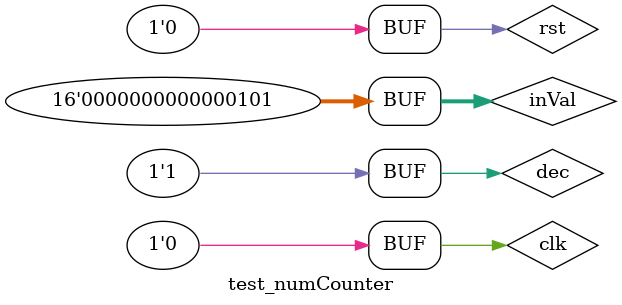
<source format=v>
`timescale 1ns / 1ps


module test_numCounter;

	// Inputs
	reg [15:0] inVal;
	reg dec;
	reg clk;
	reg rst;

	// Outputs
	wire isZero;

	// Instantiate the Unit Under Test (UUT)
	mod_numCounter uut (
		.inVal(inVal), 
		.dec(dec), 
		.clk(clk), 
		.rst(rst), 
		.isZero(isZero)
	);

	initial begin
		// Initialize Inputs
		inVal = 16'd5;
		dec = 0;
		clk = 0;
		
		#100
		
		rst = 1;

		
		#100;
		clk = 1;
		#100;
		clk = 0;
		
		rst = 0;
		
		#100;
		clk = 1;
		#100;
		clk = 0;

		#100;
		clk = 1;
		#100;
		clk = 0;

		dec = 1;
		
		#100;
		clk = 1;
		#100;
		clk = 0;

		#100;
		clk = 1;
		#100;
		clk = 0;
		
		#100;
		clk = 1;
		#100;
		clk = 0;

		#100;
		clk = 1;
		#100;
		clk = 0;
		
		#100;
		clk = 1;
		#100;
		clk = 0;

		#100;
		clk = 1;
		#100;
		clk = 0;	
		
		#100;
		clk = 1;
		#100;
		clk = 0;

		#100;
		clk = 1;
		#100;
		clk = 0;		
		
	end
      
endmodule


</source>
